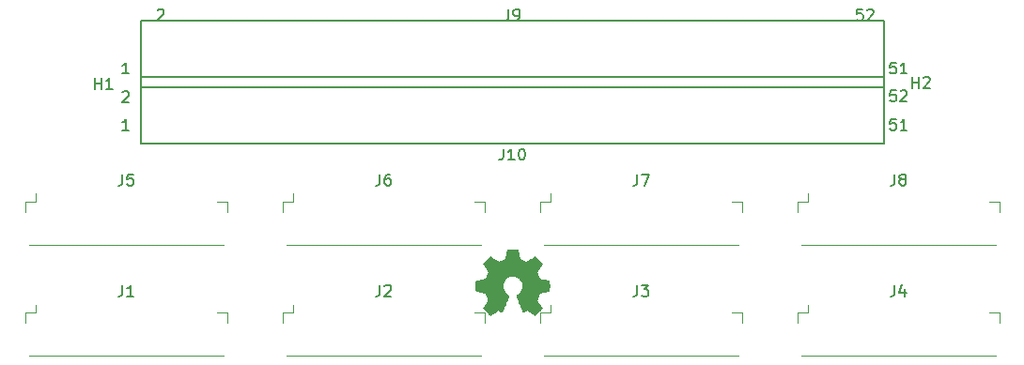
<source format=gbr>
%TF.GenerationSoftware,KiCad,Pcbnew,5.1.6-1.fc32*%
%TF.CreationDate,2020-06-21T11:50:06-03:00*%
%TF.ProjectId,pc104-adapter,70633130-342d-4616-9461-707465722e6b,rev?*%
%TF.SameCoordinates,Original*%
%TF.FileFunction,Legend,Top*%
%TF.FilePolarity,Positive*%
%FSLAX46Y46*%
G04 Gerber Fmt 4.6, Leading zero omitted, Abs format (unit mm)*
G04 Created by KiCad (PCBNEW 5.1.6-1.fc32) date 2020-06-21 11:50:06*
%MOMM*%
%LPD*%
G01*
G04 APERTURE LIST*
%ADD10C,0.010000*%
%ADD11C,0.200000*%
%ADD12C,0.120000*%
%ADD13C,0.160000*%
%ADD14C,0.150000*%
G04 APERTURE END LIST*
D10*
%TO.C,REF\u002A\u002A*%
G36*
X136855814Y-99768931D02*
G01*
X136939635Y-100213555D01*
X137248920Y-100341053D01*
X137558206Y-100468551D01*
X137929246Y-100216246D01*
X138033157Y-100145996D01*
X138127087Y-100083272D01*
X138206652Y-100030938D01*
X138267470Y-99991857D01*
X138305157Y-99968893D01*
X138315421Y-99963942D01*
X138333910Y-99976676D01*
X138373420Y-100011882D01*
X138429522Y-100065062D01*
X138497787Y-100131718D01*
X138573786Y-100207354D01*
X138653092Y-100287472D01*
X138731275Y-100367574D01*
X138803907Y-100443164D01*
X138866559Y-100509745D01*
X138914803Y-100562818D01*
X138944210Y-100597887D01*
X138951241Y-100609623D01*
X138941123Y-100631260D01*
X138912759Y-100678662D01*
X138869129Y-100747193D01*
X138813218Y-100832215D01*
X138748006Y-100929093D01*
X138710219Y-100984350D01*
X138641343Y-101085248D01*
X138580140Y-101176299D01*
X138529578Y-101252970D01*
X138492628Y-101310728D01*
X138472258Y-101345043D01*
X138469197Y-101352254D01*
X138476136Y-101372748D01*
X138495051Y-101420513D01*
X138523087Y-101488832D01*
X138557391Y-101570989D01*
X138595109Y-101660270D01*
X138633387Y-101749958D01*
X138669370Y-101833338D01*
X138700206Y-101903694D01*
X138723039Y-101954310D01*
X138735017Y-101978471D01*
X138735724Y-101979422D01*
X138754531Y-101984036D01*
X138804618Y-101994328D01*
X138880793Y-102009287D01*
X138977865Y-102027901D01*
X139090643Y-102049159D01*
X139156442Y-102061418D01*
X139276950Y-102084362D01*
X139385797Y-102106195D01*
X139477476Y-102125722D01*
X139546481Y-102141748D01*
X139587304Y-102153079D01*
X139595511Y-102156674D01*
X139603548Y-102181006D01*
X139610033Y-102235959D01*
X139614970Y-102315108D01*
X139618364Y-102412026D01*
X139620218Y-102520287D01*
X139620538Y-102633465D01*
X139619327Y-102745135D01*
X139616590Y-102848868D01*
X139612331Y-102938241D01*
X139606555Y-103006826D01*
X139599267Y-103048197D01*
X139594895Y-103056810D01*
X139568764Y-103067133D01*
X139513393Y-103081892D01*
X139436107Y-103099352D01*
X139344230Y-103117780D01*
X139312158Y-103123741D01*
X139157524Y-103152066D01*
X139035375Y-103174876D01*
X138941673Y-103193080D01*
X138872384Y-103207583D01*
X138823471Y-103219292D01*
X138790897Y-103229115D01*
X138770628Y-103237956D01*
X138758626Y-103246724D01*
X138756947Y-103248457D01*
X138740184Y-103276371D01*
X138714614Y-103330695D01*
X138682788Y-103404777D01*
X138647260Y-103491965D01*
X138610583Y-103585608D01*
X138575311Y-103679052D01*
X138543996Y-103765647D01*
X138519193Y-103838740D01*
X138503454Y-103891678D01*
X138499332Y-103917811D01*
X138499676Y-103918726D01*
X138513641Y-103940086D01*
X138545322Y-103987084D01*
X138591391Y-104054827D01*
X138648518Y-104138423D01*
X138713373Y-104232982D01*
X138731843Y-104259854D01*
X138797699Y-104357275D01*
X138855650Y-104446163D01*
X138902538Y-104521412D01*
X138935207Y-104577920D01*
X138950500Y-104610581D01*
X138951241Y-104614593D01*
X138938392Y-104635684D01*
X138902888Y-104677464D01*
X138849293Y-104735445D01*
X138782171Y-104805135D01*
X138706087Y-104882045D01*
X138625604Y-104961683D01*
X138545287Y-105039561D01*
X138469699Y-105111186D01*
X138403405Y-105172070D01*
X138350969Y-105217721D01*
X138316955Y-105243650D01*
X138307545Y-105247883D01*
X138285643Y-105237912D01*
X138240800Y-105211020D01*
X138180321Y-105171736D01*
X138133789Y-105140117D01*
X138049475Y-105082098D01*
X137949626Y-105013784D01*
X137849473Y-104945579D01*
X137795627Y-104909075D01*
X137613371Y-104785800D01*
X137460381Y-104868520D01*
X137390682Y-104904759D01*
X137331414Y-104932926D01*
X137291311Y-104948991D01*
X137281103Y-104951226D01*
X137268829Y-104934722D01*
X137244613Y-104888082D01*
X137210263Y-104815609D01*
X137167588Y-104721606D01*
X137118394Y-104610374D01*
X137064490Y-104486215D01*
X137007684Y-104353432D01*
X136949782Y-104216327D01*
X136892593Y-104079202D01*
X136837924Y-103946358D01*
X136787584Y-103822098D01*
X136743380Y-103710725D01*
X136707119Y-103616539D01*
X136680609Y-103543844D01*
X136665658Y-103496941D01*
X136663254Y-103480833D01*
X136682311Y-103460286D01*
X136724036Y-103426933D01*
X136779706Y-103387702D01*
X136784378Y-103384599D01*
X136928264Y-103269423D01*
X137044283Y-103135053D01*
X137131430Y-102985784D01*
X137188699Y-102825913D01*
X137215086Y-102659737D01*
X137209585Y-102491552D01*
X137171190Y-102325655D01*
X137098895Y-102166342D01*
X137077626Y-102131487D01*
X136966996Y-101990737D01*
X136836302Y-101877714D01*
X136690064Y-101793003D01*
X136532808Y-101737194D01*
X136369057Y-101710874D01*
X136203333Y-101714630D01*
X136040162Y-101749050D01*
X135884065Y-101814723D01*
X135739567Y-101912235D01*
X135694869Y-101951813D01*
X135581112Y-102075703D01*
X135498218Y-102206124D01*
X135441356Y-102352315D01*
X135409687Y-102497088D01*
X135401869Y-102659860D01*
X135427938Y-102823440D01*
X135485245Y-102982298D01*
X135571144Y-103130906D01*
X135682986Y-103263735D01*
X135818123Y-103375256D01*
X135835883Y-103387011D01*
X135892150Y-103425508D01*
X135934923Y-103458863D01*
X135955372Y-103480160D01*
X135955669Y-103480833D01*
X135951279Y-103503871D01*
X135933876Y-103556157D01*
X135905268Y-103633390D01*
X135867265Y-103731268D01*
X135821674Y-103845491D01*
X135770303Y-103971758D01*
X135714962Y-104105767D01*
X135657458Y-104243218D01*
X135599601Y-104379808D01*
X135543198Y-104511237D01*
X135490058Y-104633205D01*
X135441990Y-104741409D01*
X135400801Y-104831549D01*
X135368301Y-104899323D01*
X135346297Y-104940430D01*
X135337436Y-104951226D01*
X135310360Y-104942819D01*
X135259697Y-104920272D01*
X135194183Y-104887613D01*
X135158159Y-104868520D01*
X135005168Y-104785800D01*
X134822912Y-104909075D01*
X134729875Y-104972228D01*
X134628015Y-105041727D01*
X134532562Y-105107165D01*
X134484750Y-105140117D01*
X134417505Y-105185273D01*
X134360564Y-105221057D01*
X134321354Y-105242938D01*
X134308619Y-105247563D01*
X134290083Y-105235085D01*
X134249059Y-105200252D01*
X134189525Y-105146678D01*
X134115458Y-105077983D01*
X134030835Y-104997781D01*
X133977315Y-104946286D01*
X133883681Y-104854286D01*
X133802759Y-104771999D01*
X133737823Y-104702945D01*
X133692142Y-104650644D01*
X133668989Y-104618616D01*
X133666768Y-104612116D01*
X133677076Y-104587394D01*
X133705561Y-104537405D01*
X133749063Y-104467212D01*
X133804423Y-104381875D01*
X133868480Y-104286456D01*
X133886697Y-104259854D01*
X133953073Y-104163167D01*
X134012622Y-104076117D01*
X134062016Y-104003595D01*
X134097925Y-103950493D01*
X134117019Y-103921703D01*
X134118864Y-103918726D01*
X134116105Y-103895782D01*
X134101462Y-103845336D01*
X134077487Y-103774041D01*
X134046734Y-103688547D01*
X134011756Y-103595507D01*
X133975107Y-103501574D01*
X133939339Y-103413399D01*
X133907006Y-103337634D01*
X133880662Y-103280931D01*
X133862858Y-103249943D01*
X133861593Y-103248457D01*
X133850706Y-103239601D01*
X133832318Y-103230843D01*
X133802394Y-103221277D01*
X133756897Y-103209996D01*
X133691791Y-103196093D01*
X133603039Y-103178663D01*
X133486607Y-103156798D01*
X133338458Y-103129591D01*
X133306382Y-103123741D01*
X133211314Y-103105374D01*
X133128435Y-103087405D01*
X133065070Y-103071569D01*
X133028542Y-103059600D01*
X133023644Y-103056810D01*
X133015573Y-103032072D01*
X133009013Y-102976790D01*
X133003967Y-102897389D01*
X133000441Y-102800296D01*
X132998439Y-102691938D01*
X132997964Y-102578740D01*
X132999023Y-102467128D01*
X133001618Y-102363529D01*
X133005754Y-102274368D01*
X133011437Y-102206072D01*
X133018669Y-102165066D01*
X133023029Y-102156674D01*
X133047302Y-102148208D01*
X133102574Y-102134435D01*
X133183338Y-102116550D01*
X133284088Y-102095748D01*
X133399317Y-102073223D01*
X133462098Y-102061418D01*
X133581213Y-102039151D01*
X133687435Y-102018979D01*
X133775573Y-102001915D01*
X133840434Y-101988969D01*
X133876826Y-101981155D01*
X133882816Y-101979422D01*
X133892939Y-101959890D01*
X133914338Y-101912843D01*
X133944161Y-101845003D01*
X133979555Y-101763091D01*
X134017668Y-101673828D01*
X134055647Y-101583935D01*
X134090640Y-101500135D01*
X134119794Y-101429147D01*
X134140257Y-101377694D01*
X134149177Y-101352497D01*
X134149343Y-101351396D01*
X134139231Y-101331519D01*
X134110883Y-101285777D01*
X134067277Y-101218717D01*
X134011394Y-101134884D01*
X133946213Y-101038826D01*
X133908321Y-100983650D01*
X133839275Y-100882481D01*
X133777950Y-100790630D01*
X133727337Y-100712744D01*
X133690429Y-100653469D01*
X133670218Y-100617451D01*
X133667299Y-100609377D01*
X133679847Y-100590584D01*
X133714537Y-100550457D01*
X133766937Y-100493493D01*
X133832616Y-100424185D01*
X133907144Y-100347031D01*
X133986087Y-100266525D01*
X134065017Y-100187163D01*
X134139500Y-100113440D01*
X134205106Y-100049852D01*
X134257404Y-100000894D01*
X134291961Y-99971061D01*
X134303522Y-99963942D01*
X134322346Y-99973953D01*
X134367369Y-100002078D01*
X134434213Y-100045454D01*
X134518501Y-100101218D01*
X134615856Y-100166506D01*
X134689293Y-100216246D01*
X135060333Y-100468551D01*
X135678905Y-100213555D01*
X135762725Y-99768931D01*
X135846546Y-99324307D01*
X136771994Y-99324307D01*
X136855814Y-99768931D01*
G37*
X136855814Y-99768931D02*
X136939635Y-100213555D01*
X137248920Y-100341053D01*
X137558206Y-100468551D01*
X137929246Y-100216246D01*
X138033157Y-100145996D01*
X138127087Y-100083272D01*
X138206652Y-100030938D01*
X138267470Y-99991857D01*
X138305157Y-99968893D01*
X138315421Y-99963942D01*
X138333910Y-99976676D01*
X138373420Y-100011882D01*
X138429522Y-100065062D01*
X138497787Y-100131718D01*
X138573786Y-100207354D01*
X138653092Y-100287472D01*
X138731275Y-100367574D01*
X138803907Y-100443164D01*
X138866559Y-100509745D01*
X138914803Y-100562818D01*
X138944210Y-100597887D01*
X138951241Y-100609623D01*
X138941123Y-100631260D01*
X138912759Y-100678662D01*
X138869129Y-100747193D01*
X138813218Y-100832215D01*
X138748006Y-100929093D01*
X138710219Y-100984350D01*
X138641343Y-101085248D01*
X138580140Y-101176299D01*
X138529578Y-101252970D01*
X138492628Y-101310728D01*
X138472258Y-101345043D01*
X138469197Y-101352254D01*
X138476136Y-101372748D01*
X138495051Y-101420513D01*
X138523087Y-101488832D01*
X138557391Y-101570989D01*
X138595109Y-101660270D01*
X138633387Y-101749958D01*
X138669370Y-101833338D01*
X138700206Y-101903694D01*
X138723039Y-101954310D01*
X138735017Y-101978471D01*
X138735724Y-101979422D01*
X138754531Y-101984036D01*
X138804618Y-101994328D01*
X138880793Y-102009287D01*
X138977865Y-102027901D01*
X139090643Y-102049159D01*
X139156442Y-102061418D01*
X139276950Y-102084362D01*
X139385797Y-102106195D01*
X139477476Y-102125722D01*
X139546481Y-102141748D01*
X139587304Y-102153079D01*
X139595511Y-102156674D01*
X139603548Y-102181006D01*
X139610033Y-102235959D01*
X139614970Y-102315108D01*
X139618364Y-102412026D01*
X139620218Y-102520287D01*
X139620538Y-102633465D01*
X139619327Y-102745135D01*
X139616590Y-102848868D01*
X139612331Y-102938241D01*
X139606555Y-103006826D01*
X139599267Y-103048197D01*
X139594895Y-103056810D01*
X139568764Y-103067133D01*
X139513393Y-103081892D01*
X139436107Y-103099352D01*
X139344230Y-103117780D01*
X139312158Y-103123741D01*
X139157524Y-103152066D01*
X139035375Y-103174876D01*
X138941673Y-103193080D01*
X138872384Y-103207583D01*
X138823471Y-103219292D01*
X138790897Y-103229115D01*
X138770628Y-103237956D01*
X138758626Y-103246724D01*
X138756947Y-103248457D01*
X138740184Y-103276371D01*
X138714614Y-103330695D01*
X138682788Y-103404777D01*
X138647260Y-103491965D01*
X138610583Y-103585608D01*
X138575311Y-103679052D01*
X138543996Y-103765647D01*
X138519193Y-103838740D01*
X138503454Y-103891678D01*
X138499332Y-103917811D01*
X138499676Y-103918726D01*
X138513641Y-103940086D01*
X138545322Y-103987084D01*
X138591391Y-104054827D01*
X138648518Y-104138423D01*
X138713373Y-104232982D01*
X138731843Y-104259854D01*
X138797699Y-104357275D01*
X138855650Y-104446163D01*
X138902538Y-104521412D01*
X138935207Y-104577920D01*
X138950500Y-104610581D01*
X138951241Y-104614593D01*
X138938392Y-104635684D01*
X138902888Y-104677464D01*
X138849293Y-104735445D01*
X138782171Y-104805135D01*
X138706087Y-104882045D01*
X138625604Y-104961683D01*
X138545287Y-105039561D01*
X138469699Y-105111186D01*
X138403405Y-105172070D01*
X138350969Y-105217721D01*
X138316955Y-105243650D01*
X138307545Y-105247883D01*
X138285643Y-105237912D01*
X138240800Y-105211020D01*
X138180321Y-105171736D01*
X138133789Y-105140117D01*
X138049475Y-105082098D01*
X137949626Y-105013784D01*
X137849473Y-104945579D01*
X137795627Y-104909075D01*
X137613371Y-104785800D01*
X137460381Y-104868520D01*
X137390682Y-104904759D01*
X137331414Y-104932926D01*
X137291311Y-104948991D01*
X137281103Y-104951226D01*
X137268829Y-104934722D01*
X137244613Y-104888082D01*
X137210263Y-104815609D01*
X137167588Y-104721606D01*
X137118394Y-104610374D01*
X137064490Y-104486215D01*
X137007684Y-104353432D01*
X136949782Y-104216327D01*
X136892593Y-104079202D01*
X136837924Y-103946358D01*
X136787584Y-103822098D01*
X136743380Y-103710725D01*
X136707119Y-103616539D01*
X136680609Y-103543844D01*
X136665658Y-103496941D01*
X136663254Y-103480833D01*
X136682311Y-103460286D01*
X136724036Y-103426933D01*
X136779706Y-103387702D01*
X136784378Y-103384599D01*
X136928264Y-103269423D01*
X137044283Y-103135053D01*
X137131430Y-102985784D01*
X137188699Y-102825913D01*
X137215086Y-102659737D01*
X137209585Y-102491552D01*
X137171190Y-102325655D01*
X137098895Y-102166342D01*
X137077626Y-102131487D01*
X136966996Y-101990737D01*
X136836302Y-101877714D01*
X136690064Y-101793003D01*
X136532808Y-101737194D01*
X136369057Y-101710874D01*
X136203333Y-101714630D01*
X136040162Y-101749050D01*
X135884065Y-101814723D01*
X135739567Y-101912235D01*
X135694869Y-101951813D01*
X135581112Y-102075703D01*
X135498218Y-102206124D01*
X135441356Y-102352315D01*
X135409687Y-102497088D01*
X135401869Y-102659860D01*
X135427938Y-102823440D01*
X135485245Y-102982298D01*
X135571144Y-103130906D01*
X135682986Y-103263735D01*
X135818123Y-103375256D01*
X135835883Y-103387011D01*
X135892150Y-103425508D01*
X135934923Y-103458863D01*
X135955372Y-103480160D01*
X135955669Y-103480833D01*
X135951279Y-103503871D01*
X135933876Y-103556157D01*
X135905268Y-103633390D01*
X135867265Y-103731268D01*
X135821674Y-103845491D01*
X135770303Y-103971758D01*
X135714962Y-104105767D01*
X135657458Y-104243218D01*
X135599601Y-104379808D01*
X135543198Y-104511237D01*
X135490058Y-104633205D01*
X135441990Y-104741409D01*
X135400801Y-104831549D01*
X135368301Y-104899323D01*
X135346297Y-104940430D01*
X135337436Y-104951226D01*
X135310360Y-104942819D01*
X135259697Y-104920272D01*
X135194183Y-104887613D01*
X135158159Y-104868520D01*
X135005168Y-104785800D01*
X134822912Y-104909075D01*
X134729875Y-104972228D01*
X134628015Y-105041727D01*
X134532562Y-105107165D01*
X134484750Y-105140117D01*
X134417505Y-105185273D01*
X134360564Y-105221057D01*
X134321354Y-105242938D01*
X134308619Y-105247563D01*
X134290083Y-105235085D01*
X134249059Y-105200252D01*
X134189525Y-105146678D01*
X134115458Y-105077983D01*
X134030835Y-104997781D01*
X133977315Y-104946286D01*
X133883681Y-104854286D01*
X133802759Y-104771999D01*
X133737823Y-104702945D01*
X133692142Y-104650644D01*
X133668989Y-104618616D01*
X133666768Y-104612116D01*
X133677076Y-104587394D01*
X133705561Y-104537405D01*
X133749063Y-104467212D01*
X133804423Y-104381875D01*
X133868480Y-104286456D01*
X133886697Y-104259854D01*
X133953073Y-104163167D01*
X134012622Y-104076117D01*
X134062016Y-104003595D01*
X134097925Y-103950493D01*
X134117019Y-103921703D01*
X134118864Y-103918726D01*
X134116105Y-103895782D01*
X134101462Y-103845336D01*
X134077487Y-103774041D01*
X134046734Y-103688547D01*
X134011756Y-103595507D01*
X133975107Y-103501574D01*
X133939339Y-103413399D01*
X133907006Y-103337634D01*
X133880662Y-103280931D01*
X133862858Y-103249943D01*
X133861593Y-103248457D01*
X133850706Y-103239601D01*
X133832318Y-103230843D01*
X133802394Y-103221277D01*
X133756897Y-103209996D01*
X133691791Y-103196093D01*
X133603039Y-103178663D01*
X133486607Y-103156798D01*
X133338458Y-103129591D01*
X133306382Y-103123741D01*
X133211314Y-103105374D01*
X133128435Y-103087405D01*
X133065070Y-103071569D01*
X133028542Y-103059600D01*
X133023644Y-103056810D01*
X133015573Y-103032072D01*
X133009013Y-102976790D01*
X133003967Y-102897389D01*
X133000441Y-102800296D01*
X132998439Y-102691938D01*
X132997964Y-102578740D01*
X132999023Y-102467128D01*
X133001618Y-102363529D01*
X133005754Y-102274368D01*
X133011437Y-102206072D01*
X133018669Y-102165066D01*
X133023029Y-102156674D01*
X133047302Y-102148208D01*
X133102574Y-102134435D01*
X133183338Y-102116550D01*
X133284088Y-102095748D01*
X133399317Y-102073223D01*
X133462098Y-102061418D01*
X133581213Y-102039151D01*
X133687435Y-102018979D01*
X133775573Y-102001915D01*
X133840434Y-101988969D01*
X133876826Y-101981155D01*
X133882816Y-101979422D01*
X133892939Y-101959890D01*
X133914338Y-101912843D01*
X133944161Y-101845003D01*
X133979555Y-101763091D01*
X134017668Y-101673828D01*
X134055647Y-101583935D01*
X134090640Y-101500135D01*
X134119794Y-101429147D01*
X134140257Y-101377694D01*
X134149177Y-101352497D01*
X134149343Y-101351396D01*
X134139231Y-101331519D01*
X134110883Y-101285777D01*
X134067277Y-101218717D01*
X134011394Y-101134884D01*
X133946213Y-101038826D01*
X133908321Y-100983650D01*
X133839275Y-100882481D01*
X133777950Y-100790630D01*
X133727337Y-100712744D01*
X133690429Y-100653469D01*
X133670218Y-100617451D01*
X133667299Y-100609377D01*
X133679847Y-100590584D01*
X133714537Y-100550457D01*
X133766937Y-100493493D01*
X133832616Y-100424185D01*
X133907144Y-100347031D01*
X133986087Y-100266525D01*
X134065017Y-100187163D01*
X134139500Y-100113440D01*
X134205106Y-100049852D01*
X134257404Y-100000894D01*
X134291961Y-99971061D01*
X134303522Y-99963942D01*
X134322346Y-99973953D01*
X134367369Y-100002078D01*
X134434213Y-100045454D01*
X134518501Y-100101218D01*
X134615856Y-100166506D01*
X134689293Y-100216246D01*
X135060333Y-100468551D01*
X135678905Y-100213555D01*
X135762725Y-99768931D01*
X135846546Y-99324307D01*
X136771994Y-99324307D01*
X136855814Y-99768931D01*
D11*
%TO.C,J10*%
X102830000Y-83796000D02*
X102830000Y-89776000D01*
X102830000Y-89776000D02*
X169770000Y-89776000D01*
X169770000Y-89776000D02*
X169770000Y-83796000D01*
X169770000Y-83796000D02*
X102830000Y-83796000D01*
%TO.C,J9*%
X102830000Y-78716000D02*
X102830000Y-84696000D01*
X102830000Y-84696000D02*
X169770000Y-84696000D01*
X169770000Y-84696000D02*
X169770000Y-78716000D01*
X169770000Y-78716000D02*
X102830000Y-78716000D01*
D12*
%TO.C,J8*%
X161990000Y-95940000D02*
X161990000Y-94990000D01*
X161990000Y-94990000D02*
X162940000Y-94990000D01*
X162940000Y-94990000D02*
X162940000Y-94300000D01*
X180210000Y-95940000D02*
X180210000Y-94990000D01*
X180210000Y-94990000D02*
X179260000Y-94990000D01*
X162360000Y-98910000D02*
X179840000Y-98910000D01*
%TO.C,J7*%
X138790000Y-95940000D02*
X138790000Y-94990000D01*
X138790000Y-94990000D02*
X139740000Y-94990000D01*
X139740000Y-94990000D02*
X139740000Y-94300000D01*
X157010000Y-95940000D02*
X157010000Y-94990000D01*
X157010000Y-94990000D02*
X156060000Y-94990000D01*
X139160000Y-98910000D02*
X156640000Y-98910000D01*
%TO.C,J6*%
X115590000Y-95940000D02*
X115590000Y-94990000D01*
X115590000Y-94990000D02*
X116540000Y-94990000D01*
X116540000Y-94990000D02*
X116540000Y-94300000D01*
X133810000Y-95940000D02*
X133810000Y-94990000D01*
X133810000Y-94990000D02*
X132860000Y-94990000D01*
X115960000Y-98910000D02*
X133440000Y-98910000D01*
%TO.C,J5*%
X92390000Y-95940000D02*
X92390000Y-94990000D01*
X92390000Y-94990000D02*
X93340000Y-94990000D01*
X93340000Y-94990000D02*
X93340000Y-94300000D01*
X110610000Y-95940000D02*
X110610000Y-94990000D01*
X110610000Y-94990000D02*
X109660000Y-94990000D01*
X92760000Y-98910000D02*
X110240000Y-98910000D01*
%TO.C,J4*%
X161990000Y-105940000D02*
X161990000Y-104990000D01*
X161990000Y-104990000D02*
X162940000Y-104990000D01*
X162940000Y-104990000D02*
X162940000Y-104300000D01*
X180210000Y-105940000D02*
X180210000Y-104990000D01*
X180210000Y-104990000D02*
X179260000Y-104990000D01*
X162360000Y-108910000D02*
X179840000Y-108910000D01*
%TO.C,J3*%
X138790000Y-105940000D02*
X138790000Y-104990000D01*
X138790000Y-104990000D02*
X139740000Y-104990000D01*
X139740000Y-104990000D02*
X139740000Y-104300000D01*
X157010000Y-105940000D02*
X157010000Y-104990000D01*
X157010000Y-104990000D02*
X156060000Y-104990000D01*
X139160000Y-108910000D02*
X156640000Y-108910000D01*
%TO.C,J2*%
X115590000Y-105940000D02*
X115590000Y-104990000D01*
X115590000Y-104990000D02*
X116540000Y-104990000D01*
X116540000Y-104990000D02*
X116540000Y-104300000D01*
X133810000Y-105940000D02*
X133810000Y-104990000D01*
X133810000Y-104990000D02*
X132860000Y-104990000D01*
X115960000Y-108910000D02*
X133440000Y-108910000D01*
%TO.C,J1*%
X92390000Y-105940000D02*
X92390000Y-104990000D01*
X92390000Y-104990000D02*
X93340000Y-104990000D01*
X93340000Y-104990000D02*
X93340000Y-104300000D01*
X110610000Y-105940000D02*
X110610000Y-104990000D01*
X110610000Y-104990000D02*
X109660000Y-104990000D01*
X92760000Y-108910000D02*
X110240000Y-108910000D01*
%TO.C,J10*%
D13*
X135490476Y-90252380D02*
X135490476Y-90966666D01*
X135442857Y-91109523D01*
X135347619Y-91204761D01*
X135204761Y-91252380D01*
X135109523Y-91252380D01*
X136490476Y-91252380D02*
X135919047Y-91252380D01*
X136204761Y-91252380D02*
X136204761Y-90252380D01*
X136109523Y-90395238D01*
X136014285Y-90490476D01*
X135919047Y-90538095D01*
X137109523Y-90252380D02*
X137204761Y-90252380D01*
X137300000Y-90300000D01*
X137347619Y-90347619D01*
X137395238Y-90442857D01*
X137442857Y-90633333D01*
X137442857Y-90871428D01*
X137395238Y-91061904D01*
X137347619Y-91157142D01*
X137300000Y-91204761D01*
X137204761Y-91252380D01*
X137109523Y-91252380D01*
X137014285Y-91204761D01*
X136966666Y-91157142D01*
X136919047Y-91061904D01*
X136871428Y-90871428D01*
X136871428Y-90633333D01*
X136919047Y-90442857D01*
X136966666Y-90347619D01*
X137014285Y-90300000D01*
X137109523Y-90252380D01*
X170861904Y-84952380D02*
X170385714Y-84952380D01*
X170338095Y-85428571D01*
X170385714Y-85380952D01*
X170480952Y-85333333D01*
X170719047Y-85333333D01*
X170814285Y-85380952D01*
X170861904Y-85428571D01*
X170909523Y-85523809D01*
X170909523Y-85761904D01*
X170861904Y-85857142D01*
X170814285Y-85904761D01*
X170719047Y-85952380D01*
X170480952Y-85952380D01*
X170385714Y-85904761D01*
X170338095Y-85857142D01*
X171290476Y-85047619D02*
X171338095Y-85000000D01*
X171433333Y-84952380D01*
X171671428Y-84952380D01*
X171766666Y-85000000D01*
X171814285Y-85047619D01*
X171861904Y-85142857D01*
X171861904Y-85238095D01*
X171814285Y-85380952D01*
X171242857Y-85952380D01*
X171861904Y-85952380D01*
X170861904Y-87552380D02*
X170385714Y-87552380D01*
X170338095Y-88028571D01*
X170385714Y-87980952D01*
X170480952Y-87933333D01*
X170719047Y-87933333D01*
X170814285Y-87980952D01*
X170861904Y-88028571D01*
X170909523Y-88123809D01*
X170909523Y-88361904D01*
X170861904Y-88457142D01*
X170814285Y-88504761D01*
X170719047Y-88552380D01*
X170480952Y-88552380D01*
X170385714Y-88504761D01*
X170338095Y-88457142D01*
X171861904Y-88552380D02*
X171290476Y-88552380D01*
X171576190Y-88552380D02*
X171576190Y-87552380D01*
X171480952Y-87695238D01*
X171385714Y-87790476D01*
X171290476Y-87838095D01*
X101174285Y-85147619D02*
X101221904Y-85100000D01*
X101317142Y-85052380D01*
X101555238Y-85052380D01*
X101650476Y-85100000D01*
X101698095Y-85147619D01*
X101745714Y-85242857D01*
X101745714Y-85338095D01*
X101698095Y-85480952D01*
X101126666Y-86052380D01*
X101745714Y-86052380D01*
X101745714Y-88552380D02*
X101174285Y-88552380D01*
X101460000Y-88552380D02*
X101460000Y-87552380D01*
X101364761Y-87695238D01*
X101269523Y-87790476D01*
X101174285Y-87838095D01*
%TO.C,J9*%
X135966666Y-77652380D02*
X135966666Y-78366666D01*
X135919047Y-78509523D01*
X135823809Y-78604761D01*
X135680952Y-78652380D01*
X135585714Y-78652380D01*
X136490476Y-78652380D02*
X136680952Y-78652380D01*
X136776190Y-78604761D01*
X136823809Y-78557142D01*
X136919047Y-78414285D01*
X136966666Y-78223809D01*
X136966666Y-77842857D01*
X136919047Y-77747619D01*
X136871428Y-77700000D01*
X136776190Y-77652380D01*
X136585714Y-77652380D01*
X136490476Y-77700000D01*
X136442857Y-77747619D01*
X136395238Y-77842857D01*
X136395238Y-78080952D01*
X136442857Y-78176190D01*
X136490476Y-78223809D01*
X136585714Y-78271428D01*
X136776190Y-78271428D01*
X136871428Y-78223809D01*
X136919047Y-78176190D01*
X136966666Y-78080952D01*
X167861904Y-77652380D02*
X167385714Y-77652380D01*
X167338095Y-78128571D01*
X167385714Y-78080952D01*
X167480952Y-78033333D01*
X167719047Y-78033333D01*
X167814285Y-78080952D01*
X167861904Y-78128571D01*
X167909523Y-78223809D01*
X167909523Y-78461904D01*
X167861904Y-78557142D01*
X167814285Y-78604761D01*
X167719047Y-78652380D01*
X167480952Y-78652380D01*
X167385714Y-78604761D01*
X167338095Y-78557142D01*
X168290476Y-77747619D02*
X168338095Y-77700000D01*
X168433333Y-77652380D01*
X168671428Y-77652380D01*
X168766666Y-77700000D01*
X168814285Y-77747619D01*
X168861904Y-77842857D01*
X168861904Y-77938095D01*
X168814285Y-78080952D01*
X168242857Y-78652380D01*
X168861904Y-78652380D01*
X170861904Y-82452380D02*
X170385714Y-82452380D01*
X170338095Y-82928571D01*
X170385714Y-82880952D01*
X170480952Y-82833333D01*
X170719047Y-82833333D01*
X170814285Y-82880952D01*
X170861904Y-82928571D01*
X170909523Y-83023809D01*
X170909523Y-83261904D01*
X170861904Y-83357142D01*
X170814285Y-83404761D01*
X170719047Y-83452380D01*
X170480952Y-83452380D01*
X170385714Y-83404761D01*
X170338095Y-83357142D01*
X171861904Y-83452380D02*
X171290476Y-83452380D01*
X171576190Y-83452380D02*
X171576190Y-82452380D01*
X171480952Y-82595238D01*
X171385714Y-82690476D01*
X171290476Y-82738095D01*
X104314285Y-77747619D02*
X104361904Y-77700000D01*
X104457142Y-77652380D01*
X104695238Y-77652380D01*
X104790476Y-77700000D01*
X104838095Y-77747619D01*
X104885714Y-77842857D01*
X104885714Y-77938095D01*
X104838095Y-78080952D01*
X104266666Y-78652380D01*
X104885714Y-78652380D01*
X101745714Y-83452380D02*
X101174285Y-83452380D01*
X101460000Y-83452380D02*
X101460000Y-82452380D01*
X101364761Y-82595238D01*
X101269523Y-82690476D01*
X101174285Y-82738095D01*
%TO.C,J8*%
D14*
X170766666Y-92552380D02*
X170766666Y-93266666D01*
X170719047Y-93409523D01*
X170623809Y-93504761D01*
X170480952Y-93552380D01*
X170385714Y-93552380D01*
X171385714Y-92980952D02*
X171290476Y-92933333D01*
X171242857Y-92885714D01*
X171195238Y-92790476D01*
X171195238Y-92742857D01*
X171242857Y-92647619D01*
X171290476Y-92600000D01*
X171385714Y-92552380D01*
X171576190Y-92552380D01*
X171671428Y-92600000D01*
X171719047Y-92647619D01*
X171766666Y-92742857D01*
X171766666Y-92790476D01*
X171719047Y-92885714D01*
X171671428Y-92933333D01*
X171576190Y-92980952D01*
X171385714Y-92980952D01*
X171290476Y-93028571D01*
X171242857Y-93076190D01*
X171195238Y-93171428D01*
X171195238Y-93361904D01*
X171242857Y-93457142D01*
X171290476Y-93504761D01*
X171385714Y-93552380D01*
X171576190Y-93552380D01*
X171671428Y-93504761D01*
X171719047Y-93457142D01*
X171766666Y-93361904D01*
X171766666Y-93171428D01*
X171719047Y-93076190D01*
X171671428Y-93028571D01*
X171576190Y-92980952D01*
%TO.C,J7*%
X147566666Y-92552380D02*
X147566666Y-93266666D01*
X147519047Y-93409523D01*
X147423809Y-93504761D01*
X147280952Y-93552380D01*
X147185714Y-93552380D01*
X147947619Y-92552380D02*
X148614285Y-92552380D01*
X148185714Y-93552380D01*
%TO.C,J6*%
X124366666Y-92552380D02*
X124366666Y-93266666D01*
X124319047Y-93409523D01*
X124223809Y-93504761D01*
X124080952Y-93552380D01*
X123985714Y-93552380D01*
X125271428Y-92552380D02*
X125080952Y-92552380D01*
X124985714Y-92600000D01*
X124938095Y-92647619D01*
X124842857Y-92790476D01*
X124795238Y-92980952D01*
X124795238Y-93361904D01*
X124842857Y-93457142D01*
X124890476Y-93504761D01*
X124985714Y-93552380D01*
X125176190Y-93552380D01*
X125271428Y-93504761D01*
X125319047Y-93457142D01*
X125366666Y-93361904D01*
X125366666Y-93123809D01*
X125319047Y-93028571D01*
X125271428Y-92980952D01*
X125176190Y-92933333D01*
X124985714Y-92933333D01*
X124890476Y-92980952D01*
X124842857Y-93028571D01*
X124795238Y-93123809D01*
%TO.C,J5*%
X101166666Y-92552380D02*
X101166666Y-93266666D01*
X101119047Y-93409523D01*
X101023809Y-93504761D01*
X100880952Y-93552380D01*
X100785714Y-93552380D01*
X102119047Y-92552380D02*
X101642857Y-92552380D01*
X101595238Y-93028571D01*
X101642857Y-92980952D01*
X101738095Y-92933333D01*
X101976190Y-92933333D01*
X102071428Y-92980952D01*
X102119047Y-93028571D01*
X102166666Y-93123809D01*
X102166666Y-93361904D01*
X102119047Y-93457142D01*
X102071428Y-93504761D01*
X101976190Y-93552380D01*
X101738095Y-93552380D01*
X101642857Y-93504761D01*
X101595238Y-93457142D01*
%TO.C,J4*%
X170766666Y-102552380D02*
X170766666Y-103266666D01*
X170719047Y-103409523D01*
X170623809Y-103504761D01*
X170480952Y-103552380D01*
X170385714Y-103552380D01*
X171671428Y-102885714D02*
X171671428Y-103552380D01*
X171433333Y-102504761D02*
X171195238Y-103219047D01*
X171814285Y-103219047D01*
%TO.C,J3*%
X147566666Y-102552380D02*
X147566666Y-103266666D01*
X147519047Y-103409523D01*
X147423809Y-103504761D01*
X147280952Y-103552380D01*
X147185714Y-103552380D01*
X147947619Y-102552380D02*
X148566666Y-102552380D01*
X148233333Y-102933333D01*
X148376190Y-102933333D01*
X148471428Y-102980952D01*
X148519047Y-103028571D01*
X148566666Y-103123809D01*
X148566666Y-103361904D01*
X148519047Y-103457142D01*
X148471428Y-103504761D01*
X148376190Y-103552380D01*
X148090476Y-103552380D01*
X147995238Y-103504761D01*
X147947619Y-103457142D01*
%TO.C,J2*%
X124366666Y-102552380D02*
X124366666Y-103266666D01*
X124319047Y-103409523D01*
X124223809Y-103504761D01*
X124080952Y-103552380D01*
X123985714Y-103552380D01*
X124795238Y-102647619D02*
X124842857Y-102600000D01*
X124938095Y-102552380D01*
X125176190Y-102552380D01*
X125271428Y-102600000D01*
X125319047Y-102647619D01*
X125366666Y-102742857D01*
X125366666Y-102838095D01*
X125319047Y-102980952D01*
X124747619Y-103552380D01*
X125366666Y-103552380D01*
%TO.C,J1*%
X101166666Y-102552380D02*
X101166666Y-103266666D01*
X101119047Y-103409523D01*
X101023809Y-103504761D01*
X100880952Y-103552380D01*
X100785714Y-103552380D01*
X102166666Y-103552380D02*
X101595238Y-103552380D01*
X101880952Y-103552380D02*
X101880952Y-102552380D01*
X101785714Y-102695238D01*
X101690476Y-102790476D01*
X101595238Y-102838095D01*
%TO.C,H2*%
X172378095Y-84752380D02*
X172378095Y-83752380D01*
X172378095Y-84228571D02*
X172949523Y-84228571D01*
X172949523Y-84752380D02*
X172949523Y-83752380D01*
X173378095Y-83847619D02*
X173425714Y-83800000D01*
X173520952Y-83752380D01*
X173759047Y-83752380D01*
X173854285Y-83800000D01*
X173901904Y-83847619D01*
X173949523Y-83942857D01*
X173949523Y-84038095D01*
X173901904Y-84180952D01*
X173330476Y-84752380D01*
X173949523Y-84752380D01*
%TO.C,H1*%
X98698095Y-84852380D02*
X98698095Y-83852380D01*
X98698095Y-84328571D02*
X99269523Y-84328571D01*
X99269523Y-84852380D02*
X99269523Y-83852380D01*
X100269523Y-84852380D02*
X99698095Y-84852380D01*
X99983809Y-84852380D02*
X99983809Y-83852380D01*
X99888571Y-83995238D01*
X99793333Y-84090476D01*
X99698095Y-84138095D01*
%TD*%
M02*

</source>
